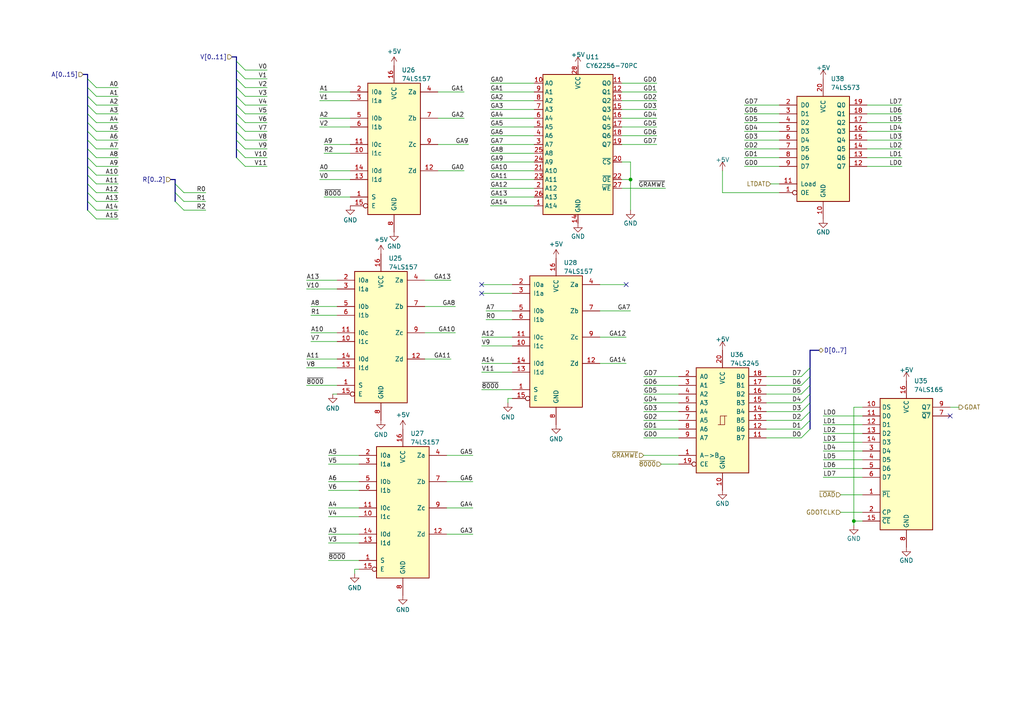
<source format=kicad_sch>
(kicad_sch (version 20231120) (generator "eeschema") (generator_version "8.0")
  (paper "A4")
  (title_block (title "EVA1 (Epson Video Adapter) - Graphic RAM") (date "2025-01-09") (rev "v0.1") (company "100% Offner") (comment 1 "v0.1: Initial Release"))
  (lib_symbols
    (symbol "74xx:74LS157" (pin_names (offset 1.016))
      (property "Reference" "U" (at -7.62 19.05 0))
      (property "Value" "74LS157" (at -7.62 -21.59 0))
      (symbol "74LS157_1_0"
        (pin input line (at -12.7 -15.24 0) (length 5.08) (name "S") (number "1"))
        (pin input line (at -12.7 -2.54 0) (length 5.08) (name "I1c") (number "10"))
        (pin input line (at -12.7 0 0) (length 5.08) (name "I0c") (number "11"))
        (pin output line (at 12.7 -7.62 180) (length 5.08) (name "Zd") (number "12"))
        (pin input line (at -12.7 -10.16 0) (length 5.08) (name "I1d") (number "13"))
        (pin input line (at -12.7 -7.62 0) (length 5.08) (name "I0d") (number "14"))
        (pin input inverted (at -12.7 -17.78 0) (length 5.08) (name "E") (number "15"))
        (pin power_in line (at 0 22.86 270) (length 5.08) (name "VCC") (number "16"))
        (pin input line (at -12.7 15.24 0) (length 5.08) (name "I0a") (number "2"))
        (pin input line (at -12.7 12.7 0) (length 5.08) (name "I1a") (number "3"))
        (pin output line (at 12.7 15.24 180) (length 5.08) (name "Za") (number "4"))
        (pin input line (at -12.7 7.62 0) (length 5.08) (name "I0b") (number "5"))
        (pin input line (at -12.7 5.08 0) (length 5.08) (name "I1b") (number "6"))
        (pin output line (at 12.7 7.62 180) (length 5.08) (name "Zb") (number "7"))
        (pin power_in line (at 0 -25.4 90) (length 5.08) (name "GND") (number "8"))
        (pin output line (at 12.7 0 180) (length 5.08) (name "Zc") (number "9"))
      )
      (symbol "74LS157_1_1"
        (rectangle (start -7.62 17.78) (end 7.62 -20.32) (stroke (width 0.254)) (fill (type background)))
      )
    )
    (symbol "74xx:74LS165"
      (property "Reference" "U" (at -7.62 19.05 0))
      (property "Value" "74LS165" (at -7.62 -21.59 0))
      (symbol "74LS165_1_0"
        (pin input line (at -12.7 -10.16 0) (length 5.08) (name "~{PL}") (number "1"))
        (pin input line (at -12.7 15.24 0) (length 5.08) (name "DS") (number "10"))
        (pin input line (at -12.7 12.7 0) (length 5.08) (name "D0") (number "11"))
        (pin input line (at -12.7 10.16 0) (length 5.08) (name "D1") (number "12"))
        (pin input line (at -12.7 7.62 0) (length 5.08) (name "D2") (number "13"))
        (pin input line (at -12.7 5.08 0) (length 5.08) (name "D3") (number "14"))
        (pin input line (at -12.7 -17.78 0) (length 5.08) (name "~{CE}") (number "15"))
        (pin power_in line (at 0 22.86 270) (length 5.08) (name "VCC") (number "16"))
        (pin input line (at -12.7 -15.24 0) (length 5.08) (name "CP") (number "2"))
        (pin input line (at -12.7 2.54 0) (length 5.08) (name "D4") (number "3"))
        (pin input line (at -12.7 0 0) (length 5.08) (name "D5") (number "4"))
        (pin input line (at -12.7 -2.54 0) (length 5.08) (name "D6") (number "5"))
        (pin input line (at -12.7 -5.08 0) (length 5.08) (name "D7") (number "6"))
        (pin output line (at 12.7 12.7 180) (length 5.08) (name "~{Q7}") (number "7"))
        (pin power_in line (at 0 -25.4 90) (length 5.08) (name "GND") (number "8"))
        (pin output line (at 12.7 15.24 180) (length 5.08) (name "Q7") (number "9"))
      )
      (symbol "74LS165_1_1"
        (rectangle (start -7.62 17.78) (end 7.62 -20.32) (stroke (width 0.254)) (fill (type background)))
      )
    )
    (symbol "74xx:74LS245" (pin_names (offset 1.016))
      (property "Reference" "U" (at -7.62 16.51 0))
      (property "Value" "74LS245" (at -7.62 -16.51 0))
      (symbol "74LS245_1_0"
        (polyline (pts (xy -0.635 -1.27) (xy -0.635 1.27) (xy 0.635 1.27)))
        (polyline (pts (xy -1.27 -1.27) (xy 0.635 -1.27) (xy 0.635 1.27) (xy 1.27 1.27)))
        (pin input line (at -12.7 -10.16 0) (length 5.08) (name "A->B") (number "1"))
        (pin power_in line (at 0 -20.32 90) (length 5.08) (name "GND") (number "10"))
        (pin tri_state line (at 12.7 -5.08 180) (length 5.08) (name "B7") (number "11"))
        (pin tri_state line (at 12.7 -2.54 180) (length 5.08) (name "B6") (number "12"))
        (pin tri_state line (at 12.7 0 180) (length 5.08) (name "B5") (number "13"))
        (pin tri_state line (at 12.7 2.54 180) (length 5.08) (name "B4") (number "14"))
        (pin tri_state line (at 12.7 5.08 180) (length 5.08) (name "B3") (number "15"))
        (pin tri_state line (at 12.7 7.62 180) (length 5.08) (name "B2") (number "16"))
        (pin tri_state line (at 12.7 10.16 180) (length 5.08) (name "B1") (number "17"))
        (pin tri_state line (at 12.7 12.7 180) (length 5.08) (name "B0") (number "18"))
        (pin input inverted (at -12.7 -12.7 0) (length 5.08) (name "CE") (number "19"))
        (pin tri_state line (at -12.7 12.7 0) (length 5.08) (name "A0") (number "2"))
        (pin power_in line (at 0 20.32 270) (length 5.08) (name "VCC") (number "20"))
        (pin tri_state line (at -12.7 10.16 0) (length 5.08) (name "A1") (number "3"))
        (pin tri_state line (at -12.7 7.62 0) (length 5.08) (name "A2") (number "4"))
        (pin tri_state line (at -12.7 5.08 0) (length 5.08) (name "A3") (number "5"))
        (pin tri_state line (at -12.7 2.54 0) (length 5.08) (name "A4") (number "6"))
        (pin tri_state line (at -12.7 0 0) (length 5.08) (name "A5") (number "7"))
        (pin tri_state line (at -12.7 -2.54 0) (length 5.08) (name "A6") (number "8"))
        (pin tri_state line (at -12.7 -5.08 0) (length 5.08) (name "A7") (number "9"))
      )
      (symbol "74LS245_1_1"
        (rectangle (start -7.62 15.24) (end 7.62 -15.24) (stroke (width 0.254)) (fill (type background)))
      )
    )
    (symbol "74xx:74LS573" (pin_names (offset 1.016))
      (property "Reference" "U" (at -7.62 16.51 0))
      (property "Value" "74LS573" (at -7.62 -16.51 0))
      (symbol "74LS573_1_0"
        (pin input inverted (at -12.7 -12.7 0) (length 5.08) (name "OE") (number "1"))
        (pin power_in line (at 0 -20.32 90) (length 5.08) (name "GND") (number "10"))
        (pin input line (at -12.7 -10.16 0) (length 5.08) (name "Load") (number "11"))
        (pin tri_state line (at 12.7 -5.08 180) (length 5.08) (name "Q7") (number "12"))
        (pin tri_state line (at 12.7 -2.54 180) (length 5.08) (name "Q6") (number "13"))
        (pin tri_state line (at 12.7 0 180) (length 5.08) (name "Q5") (number "14"))
        (pin tri_state line (at 12.7 2.54 180) (length 5.08) (name "Q4") (number "15"))
        (pin tri_state line (at 12.7 5.08 180) (length 5.08) (name "Q3") (number "16"))
        (pin tri_state line (at 12.7 7.62 180) (length 5.08) (name "Q2") (number "17"))
        (pin tri_state line (at 12.7 10.16 180) (length 5.08) (name "Q1") (number "18"))
        (pin tri_state line (at 12.7 12.7 180) (length 5.08) (name "Q0") (number "19"))
        (pin input line (at -12.7 12.7 0) (length 5.08) (name "D0") (number "2"))
        (pin power_in line (at 0 20.32 270) (length 5.08) (name "VCC") (number "20"))
        (pin input line (at -12.7 10.16 0) (length 5.08) (name "D1") (number "3"))
        (pin input line (at -12.7 7.62 0) (length 5.08) (name "D2") (number "4"))
        (pin input line (at -12.7 5.08 0) (length 5.08) (name "D3") (number "5"))
        (pin input line (at -12.7 2.54 0) (length 5.08) (name "D4") (number "6"))
        (pin input line (at -12.7 0 0) (length 5.08) (name "D5") (number "7"))
        (pin input line (at -12.7 -2.54 0) (length 5.08) (name "D6") (number "8"))
        (pin input line (at -12.7 -5.08 0) (length 5.08) (name "D7") (number "9"))
      )
      (symbol "74LS573_1_1"
        (rectangle (start -7.62 15.24) (end 7.62 -15.24) (stroke (width 0.254)) (fill (type background)))
      )
    )
    (symbol "Memory_RAM:CY62256-70PC"
      (property "Reference" "U" (at -10.16 20.955 0))
      (property "Value" "CY62256-70PC" (at 2.54 20.955 0))
      (symbol "CY62256-70PC_0_0"
        (pin power_in line (at 0 -22.86 90) (length 2.54) (name "GND") (number "14"))
        (pin power_in line (at 0 22.86 270) (length 2.54) (name "VCC") (number "28"))
      )
      (symbol "CY62256-70PC_0_1"
        (rectangle (start -10.16 20.32) (end 10.16 -20.32) (stroke (width 0.254)) (fill (type background)))
      )
      (symbol "CY62256-70PC_1_1"
        (pin input line (at -12.7 -17.78 0) (length 2.54) (name "A14") (number "1"))
        (pin input line (at -12.7 17.78 0) (length 2.54) (name "A0") (number "10"))
        (pin tri_state line (at 12.7 17.78 180) (length 2.54) (name "Q0") (number "11"))
        (pin tri_state line (at 12.7 15.24 180) (length 2.54) (name "Q1") (number "12"))
        (pin tri_state line (at 12.7 12.7 180) (length 2.54) (name "Q2") (number "13"))
        (pin tri_state line (at 12.7 10.16 180) (length 2.54) (name "Q3") (number "15"))
        (pin tri_state line (at 12.7 7.62 180) (length 2.54) (name "Q4") (number "16"))
        (pin tri_state line (at 12.7 5.08 180) (length 2.54) (name "Q5") (number "17"))
        (pin tri_state line (at 12.7 2.54 180) (length 2.54) (name "Q6") (number "18"))
        (pin tri_state line (at 12.7 0 180) (length 2.54) (name "Q7") (number "19"))
        (pin input line (at -12.7 -12.7 0) (length 2.54) (name "A12") (number "2"))
        (pin input line (at 12.7 -5.08 180) (length 2.54) (name "~{CS}") (number "20"))
        (pin input line (at -12.7 -7.62 0) (length 2.54) (name "A10") (number "21"))
        (pin input line (at 12.7 -10.16 180) (length 2.54) (name "~{OE}") (number "22"))
        (pin input line (at -12.7 -10.16 0) (length 2.54) (name "A11") (number "23"))
        (pin input line (at -12.7 -5.08 0) (length 2.54) (name "A9") (number "24"))
        (pin input line (at -12.7 -2.54 0) (length 2.54) (name "A8") (number "25"))
        (pin input line (at -12.7 -15.24 0) (length 2.54) (name "A13") (number "26"))
        (pin input line (at 12.7 -12.7 180) (length 2.54) (name "~{WE}") (number "27"))
        (pin input line (at -12.7 0 0) (length 2.54) (name "A7") (number "3"))
        (pin input line (at -12.7 2.54 0) (length 2.54) (name "A6") (number "4"))
        (pin input line (at -12.7 5.08 0) (length 2.54) (name "A5") (number "5"))
        (pin input line (at -12.7 7.62 0) (length 2.54) (name "A4") (number "6"))
        (pin input line (at -12.7 10.16 0) (length 2.54) (name "A3") (number "7"))
        (pin input line (at -12.7 12.7 0) (length 2.54) (name "A2") (number "8"))
        (pin input line (at -12.7 15.24 0) (length 2.54) (name "A1") (number "9"))
      )
    )
    (symbol "power:+5V" (power) (pin_names (offset 0))
      (property "Value" "+5V" (at 0 3.556 0))
      (symbol "+5V_0_1"
        (polyline (pts (xy -0.762 1.27) (xy 0 2.54)))
        (polyline (pts (xy 0 0) (xy 0 2.54)))
        (polyline (pts (xy 0 2.54) (xy 0.762 1.27)))
      )
      (symbol "+5V_1_1"
        (pin power_in line (at 0 0 90) (length 0) hide (name "+5V") (number "1"))
      )
    )
    (symbol "power:GND" (power) (pin_names (offset 0))
      (property "Value" "GND" (at 0 -3.81 0))
      (symbol "GND_0_1"
        (polyline (pts (xy 0 0) (xy 0 -1.27) (xy 1.27 -1.27) (xy 0 -2.54) (xy -1.27 -1.27) (xy 0 -1.27)))
      )
      (symbol "GND_1_1"
        (pin power_in line (at 0 0 270) (length 0) hide (name "GND") (number "1"))
      )
    )
  )
  (junction (at 247.65 151.13))
  (junction (at 182.88 52.07))
  (no_connect (at 139.7 85.09))
  (no_connect (at 275.59 120.65))
  (no_connect (at 181.61 82.55))
  (no_connect (at 139.7 82.55))
  (bus_entry (at 68.58 45.72) (size 2.54 2.54))
  (bus_entry (at 234.95 124.46) (size -2.54 2.54))
  (bus_entry (at 25.4 25.4) (size 2.54 2.54))
  (bus_entry (at 25.4 27.94) (size 2.54 2.54))
  (bus_entry (at 25.4 40.64) (size 2.54 2.54))
  (bus_entry (at 68.58 33.02) (size 2.54 2.54))
  (bus_entry (at 234.95 121.92) (size -2.54 2.54))
  (bus_entry (at 25.4 58.42) (size 2.54 2.54))
  (bus_entry (at 25.4 38.1) (size 2.54 2.54))
  (bus_entry (at 68.58 22.86) (size 2.54 2.54))
  (bus_entry (at 68.58 17.78) (size 2.54 2.54))
  (bus_entry (at 25.4 33.02) (size 2.54 2.54))
  (bus_entry (at 68.58 35.56) (size 2.54 2.54))
  (bus_entry (at 68.58 20.32) (size 2.54 2.54))
  (bus_entry (at 68.58 38.1) (size 2.54 2.54))
  (bus_entry (at 68.58 25.4) (size 2.54 2.54))
  (bus_entry (at 25.4 43.18) (size 2.54 2.54))
  (bus_entry (at 50.8 53.34) (size 2.54 2.54))
  (bus_entry (at 25.4 35.56) (size 2.54 2.54))
  (bus_entry (at 50.8 55.88) (size 2.54 2.54))
  (bus_entry (at 25.4 55.88) (size 2.54 2.54))
  (bus_entry (at 234.95 119.38) (size -2.54 2.54))
  (bus_entry (at 68.58 30.48) (size 2.54 2.54))
  (bus_entry (at 25.4 60.96) (size 2.54 2.54))
  (bus_entry (at 50.8 58.42) (size 2.54 2.54))
  (bus_entry (at 68.58 27.94) (size 2.54 2.54))
  (bus_entry (at 234.95 111.76) (size -2.54 2.54))
  (bus_entry (at 68.58 40.64) (size 2.54 2.54))
  (bus_entry (at 25.4 48.26) (size 2.54 2.54))
  (bus_entry (at 25.4 50.8) (size 2.54 2.54))
  (bus_entry (at 68.58 43.18) (size 2.54 2.54))
  (bus_entry (at 234.95 109.22) (size -2.54 2.54))
  (bus_entry (at 25.4 22.86) (size 2.54 2.54))
  (bus_entry (at 234.95 106.68) (size -2.54 2.54))
  (bus_entry (at 234.95 114.3) (size -2.54 2.54))
  (bus_entry (at 25.4 53.34) (size 2.54 2.54))
  (bus_entry (at 25.4 30.48) (size 2.54 2.54))
  (bus_entry (at 234.95 116.84) (size -2.54 2.54))
  (bus_entry (at 25.4 45.72) (size 2.54 2.54))
  (wire (pts (xy 142.24 46.99) (xy 154.94 46.99)))
  (wire (pts (xy 186.69 109.22) (xy 196.85 109.22)))
  (bus (pts (xy 25.4 40.64) (xy 25.4 43.18)))
  (wire (pts (xy 238.76 123.19) (xy 250.19 123.19)))
  (wire (pts (xy 139.7 85.09) (xy 148.59 85.09)))
  (wire (pts (xy 173.99 90.17) (xy 182.88 90.17)))
  (wire (pts (xy 182.88 52.07) (xy 182.88 60.96)))
  (wire (pts (xy 127 49.53) (xy 134.62 49.53)))
  (wire (pts (xy 123.19 88.9) (xy 132.08 88.9)))
  (wire (pts (xy 92.71 49.53) (xy 101.6 49.53)))
  (wire (pts (xy 27.94 50.8) (xy 34.29 50.8)))
  (bus (pts (xy 68.58 27.94) (xy 68.58 30.48)))
  (wire (pts (xy 215.9 40.64) (xy 226.06 40.64)))
  (wire (pts (xy 186.69 127) (xy 196.85 127)))
  (wire (pts (xy 261.62 35.56) (xy 251.46 35.56)))
  (wire (pts (xy 92.71 34.29) (xy 101.6 34.29)))
  (wire (pts (xy 88.9 83.82) (xy 97.79 83.82)))
  (wire (pts (xy 186.69 111.76) (xy 196.85 111.76)))
  (wire (pts (xy 142.24 41.91) (xy 154.94 41.91)))
  (wire (pts (xy 243.84 143.51) (xy 250.19 143.51)))
  (wire (pts (xy 142.24 34.29) (xy 154.94 34.29)))
  (wire (pts (xy 71.12 22.86) (xy 77.47 22.86)))
  (wire (pts (xy 88.9 111.76) (xy 97.79 111.76)))
  (wire (pts (xy 95.25 142.24) (xy 104.14 142.24)))
  (wire (pts (xy 238.76 138.43) (xy 250.19 138.43)))
  (wire (pts (xy 222.25 127) (xy 232.41 127)))
  (wire (pts (xy 182.88 46.99) (xy 182.88 52.07)))
  (bus (pts (xy 68.58 30.48) (xy 68.58 33.02)))
  (wire (pts (xy 142.24 36.83) (xy 154.94 36.83)))
  (wire (pts (xy 222.25 111.76) (xy 232.41 111.76)))
  (wire (pts (xy 139.7 113.03) (xy 148.59 113.03)))
  (wire (pts (xy 53.34 55.88) (xy 59.69 55.88)))
  (wire (pts (xy 92.71 29.21) (xy 101.6 29.21)))
  (wire (pts (xy 250.19 151.13) (xy 247.65 151.13)))
  (wire (pts (xy 142.24 31.75) (xy 154.94 31.75)))
  (bus (pts (xy 68.58 22.86) (xy 68.58 25.4)))
  (wire (pts (xy 180.34 46.99) (xy 182.88 46.99)))
  (bus (pts (xy 25.4 33.02) (xy 25.4 35.56)))
  (wire (pts (xy 226.06 55.88) (xy 209.55 55.88)))
  (wire (pts (xy 129.54 147.32) (xy 137.16 147.32)))
  (wire (pts (xy 92.71 52.07) (xy 101.6 52.07)))
  (wire (pts (xy 261.62 30.48) (xy 251.46 30.48)))
  (wire (pts (xy 129.54 139.7) (xy 137.16 139.7)))
  (wire (pts (xy 186.69 121.92) (xy 196.85 121.92)))
  (wire (pts (xy 238.76 128.27) (xy 250.19 128.27)))
  (wire (pts (xy 123.19 104.14) (xy 130.81 104.14)))
  (bus (pts (xy 25.4 58.42) (xy 25.4 60.96)))
  (wire (pts (xy 95.25 134.62) (xy 104.14 134.62)))
  (bus (pts (xy 25.4 25.4) (xy 25.4 27.94)))
  (wire (pts (xy 215.9 45.72) (xy 226.06 45.72)))
  (wire (pts (xy 247.65 118.11) (xy 247.65 151.13)))
  (wire (pts (xy 142.24 54.61) (xy 154.94 54.61)))
  (wire (pts (xy 243.84 148.59) (xy 250.19 148.59)))
  (bus (pts (xy 49.53 52.07) (xy 50.8 52.07)))
  (wire (pts (xy 173.99 82.55) (xy 181.61 82.55)))
  (wire (pts (xy 139.7 105.41) (xy 148.59 105.41)))
  (wire (pts (xy 27.94 60.96) (xy 34.29 60.96)))
  (wire (pts (xy 129.54 132.08) (xy 137.16 132.08)))
  (wire (pts (xy 180.34 31.75) (xy 190.5 31.75)))
  (wire (pts (xy 93.98 41.91) (xy 101.6 41.91)))
  (wire (pts (xy 142.24 24.13) (xy 154.94 24.13)))
  (bus (pts (xy 237.49 101.6) (xy 234.95 101.6)))
  (wire (pts (xy 142.24 39.37) (xy 154.94 39.37)))
  (wire (pts (xy 222.25 116.84) (xy 232.41 116.84)))
  (wire (pts (xy 238.76 130.81) (xy 250.19 130.81)))
  (wire (pts (xy 95.25 139.7) (xy 104.14 139.7)))
  (wire (pts (xy 142.24 44.45) (xy 154.94 44.45)))
  (wire (pts (xy 95.25 157.48) (xy 104.14 157.48)))
  (bus (pts (xy 25.4 27.94) (xy 25.4 30.48)))
  (wire (pts (xy 275.59 118.11) (xy 278.13 118.11)))
  (bus (pts (xy 234.95 106.68) (xy 234.95 109.22)))
  (wire (pts (xy 142.24 49.53) (xy 154.94 49.53)))
  (wire (pts (xy 88.9 104.14) (xy 97.79 104.14)))
  (wire (pts (xy 215.9 33.02) (xy 226.06 33.02)))
  (wire (pts (xy 71.12 35.56) (xy 77.47 35.56)))
  (bus (pts (xy 68.58 33.02) (xy 68.58 35.56)))
  (wire (pts (xy 215.9 38.1) (xy 226.06 38.1)))
  (wire (pts (xy 261.62 38.1) (xy 251.46 38.1)))
  (wire (pts (xy 71.12 20.32) (xy 77.47 20.32)))
  (wire (pts (xy 71.12 45.72) (xy 77.47 45.72)))
  (wire (pts (xy 53.34 60.96) (xy 59.69 60.96)))
  (wire (pts (xy 261.62 40.64) (xy 251.46 40.64)))
  (bus (pts (xy 234.95 111.76) (xy 234.95 114.3)))
  (wire (pts (xy 71.12 27.94) (xy 77.47 27.94)))
  (bus (pts (xy 50.8 52.07) (xy 50.8 53.34)))
  (wire (pts (xy 186.69 114.3) (xy 196.85 114.3)))
  (wire (pts (xy 71.12 25.4) (xy 77.47 25.4)))
  (wire (pts (xy 139.7 107.95) (xy 148.59 107.95)))
  (wire (pts (xy 96.52 114.3) (xy 97.79 114.3)))
  (wire (pts (xy 261.62 33.02) (xy 251.46 33.02)))
  (wire (pts (xy 95.25 154.94) (xy 104.14 154.94)))
  (wire (pts (xy 142.24 57.15) (xy 154.94 57.15)))
  (wire (pts (xy 90.17 96.52) (xy 97.79 96.52)))
  (bus (pts (xy 25.4 53.34) (xy 25.4 55.88)))
  (bus (pts (xy 234.95 119.38) (xy 234.95 121.92)))
  (bus (pts (xy 68.58 35.56) (xy 68.58 38.1)))
  (wire (pts (xy 27.94 55.88) (xy 34.29 55.88)))
  (wire (pts (xy 142.24 29.21) (xy 154.94 29.21)))
  (wire (pts (xy 238.76 125.73) (xy 250.19 125.73)))
  (wire (pts (xy 27.94 38.1) (xy 34.29 38.1)))
  (wire (pts (xy 27.94 63.5) (xy 34.29 63.5)))
  (bus (pts (xy 68.58 20.32) (xy 68.58 22.86)))
  (wire (pts (xy 90.17 88.9) (xy 97.79 88.9)))
  (bus (pts (xy 234.95 114.3) (xy 234.95 116.84)))
  (wire (pts (xy 102.87 165.1) (xy 104.14 165.1)))
  (bus (pts (xy 68.58 38.1) (xy 68.58 40.64)))
  (bus (pts (xy 25.4 45.72) (xy 25.4 48.26)))
  (bus (pts (xy 25.4 50.8) (xy 25.4 53.34)))
  (wire (pts (xy 222.25 124.46) (xy 232.41 124.46)))
  (bus (pts (xy 68.58 16.51) (xy 68.58 17.78)))
  (wire (pts (xy 88.9 106.68) (xy 97.79 106.68)))
  (bus (pts (xy 68.58 43.18) (xy 68.58 45.72)))
  (wire (pts (xy 92.71 26.67) (xy 101.6 26.67)))
  (wire (pts (xy 71.12 33.02) (xy 77.47 33.02)))
  (wire (pts (xy 238.76 135.89) (xy 250.19 135.89)))
  (wire (pts (xy 180.34 36.83) (xy 190.5 36.83)))
  (wire (pts (xy 71.12 40.64) (xy 77.47 40.64)))
  (wire (pts (xy 27.94 35.56) (xy 34.29 35.56)))
  (wire (pts (xy 88.9 81.28) (xy 97.79 81.28)))
  (wire (pts (xy 247.65 151.13) (xy 247.65 152.4)))
  (wire (pts (xy 180.34 41.91) (xy 190.5 41.91)))
  (wire (pts (xy 71.12 43.18) (xy 77.47 43.18)))
  (bus (pts (xy 68.58 40.64) (xy 68.58 43.18)))
  (wire (pts (xy 222.25 114.3) (xy 232.41 114.3)))
  (wire (pts (xy 209.55 49.53) (xy 209.55 55.88)))
  (wire (pts (xy 180.34 24.13) (xy 190.5 24.13)))
  (wire (pts (xy 92.71 36.83) (xy 101.6 36.83)))
  (wire (pts (xy 215.9 35.56) (xy 226.06 35.56)))
  (bus (pts (xy 25.4 43.18) (xy 25.4 45.72)))
  (wire (pts (xy 186.69 132.08) (xy 196.85 132.08)))
  (wire (pts (xy 142.24 26.67) (xy 154.94 26.67)))
  (wire (pts (xy 27.94 48.26) (xy 34.29 48.26)))
  (wire (pts (xy 238.76 133.35) (xy 250.19 133.35)))
  (wire (pts (xy 261.62 43.18) (xy 251.46 43.18)))
  (wire (pts (xy 127 26.67) (xy 134.62 26.67)))
  (wire (pts (xy 27.94 58.42) (xy 34.29 58.42)))
  (bus (pts (xy 67.31 16.51) (xy 68.58 16.51)))
  (wire (pts (xy 180.34 34.29) (xy 190.5 34.29)))
  (bus (pts (xy 25.4 22.86) (xy 25.4 25.4)))
  (wire (pts (xy 95.25 147.32) (xy 104.14 147.32)))
  (wire (pts (xy 27.94 45.72) (xy 34.29 45.72)))
  (wire (pts (xy 27.94 43.18) (xy 34.29 43.18)))
  (wire (pts (xy 250.19 118.11) (xy 247.65 118.11)))
  (wire (pts (xy 222.25 109.22) (xy 232.41 109.22)))
  (wire (pts (xy 215.9 43.18) (xy 226.06 43.18)))
  (wire (pts (xy 95.25 132.08) (xy 104.14 132.08)))
  (wire (pts (xy 173.99 105.41) (xy 181.61 105.41)))
  (bus (pts (xy 234.95 109.22) (xy 234.95 111.76)))
  (bus (pts (xy 25.4 30.48) (xy 25.4 33.02)))
  (wire (pts (xy 222.25 121.92) (xy 232.41 121.92)))
  (wire (pts (xy 53.34 58.42) (xy 59.69 58.42)))
  (wire (pts (xy 180.34 52.07) (xy 182.88 52.07)))
  (wire (pts (xy 180.34 39.37) (xy 190.5 39.37)))
  (bus (pts (xy 25.4 38.1) (xy 25.4 40.64)))
  (wire (pts (xy 95.25 162.56) (xy 104.14 162.56)))
  (wire (pts (xy 27.94 30.48) (xy 34.29 30.48)))
  (bus (pts (xy 234.95 101.6) (xy 234.95 106.68)))
  (wire (pts (xy 93.98 57.15) (xy 101.6 57.15)))
  (wire (pts (xy 139.7 97.79) (xy 148.59 97.79)))
  (wire (pts (xy 186.69 124.46) (xy 196.85 124.46)))
  (wire (pts (xy 140.97 92.71) (xy 148.59 92.71)))
  (wire (pts (xy 215.9 48.26) (xy 226.06 48.26)))
  (wire (pts (xy 27.94 25.4) (xy 34.29 25.4)))
  (wire (pts (xy 90.17 91.44) (xy 97.79 91.44)))
  (bus (pts (xy 68.58 17.78) (xy 68.58 20.32)))
  (bus (pts (xy 25.4 55.88) (xy 25.4 58.42)))
  (wire (pts (xy 186.69 116.84) (xy 196.85 116.84)))
  (wire (pts (xy 27.94 40.64) (xy 34.29 40.64)))
  (wire (pts (xy 147.32 115.57) (xy 147.32 116.84)))
  (wire (pts (xy 180.34 29.21) (xy 190.5 29.21)))
  (wire (pts (xy 173.99 97.79) (xy 181.61 97.79)))
  (wire (pts (xy 147.32 115.57) (xy 148.59 115.57)))
  (wire (pts (xy 27.94 27.94) (xy 34.29 27.94)))
  (wire (pts (xy 261.62 45.72) (xy 251.46 45.72)))
  (wire (pts (xy 27.94 53.34) (xy 34.29 53.34)))
  (wire (pts (xy 139.7 100.33) (xy 148.59 100.33)))
  (wire (pts (xy 102.87 165.1) (xy 102.87 166.37)))
  (wire (pts (xy 71.12 30.48) (xy 77.47 30.48)))
  (wire (pts (xy 222.25 119.38) (xy 232.41 119.38)))
  (wire (pts (xy 27.94 33.02) (xy 34.29 33.02)))
  (wire (pts (xy 215.9 30.48) (xy 226.06 30.48)))
  (bus (pts (xy 50.8 53.34) (xy 50.8 55.88)))
  (wire (pts (xy 223.52 53.34) (xy 226.06 53.34)))
  (wire (pts (xy 93.98 44.45) (xy 101.6 44.45)))
  (bus (pts (xy 25.4 21.59) (xy 25.4 22.86)))
  (wire (pts (xy 180.34 26.67) (xy 190.5 26.67)))
  (wire (pts (xy 90.17 99.06) (xy 97.79 99.06)))
  (wire (pts (xy 238.76 120.65) (xy 250.19 120.65)))
  (wire (pts (xy 186.69 119.38) (xy 196.85 119.38)))
  (wire (pts (xy 71.12 48.26) (xy 77.47 48.26)))
  (wire (pts (xy 139.7 82.55) (xy 148.59 82.55)))
  (bus (pts (xy 24.13 21.59) (xy 25.4 21.59)))
  (bus (pts (xy 50.8 55.88) (xy 50.8 58.42)))
  (wire (pts (xy 123.19 96.52) (xy 132.08 96.52)))
  (bus (pts (xy 25.4 48.26) (xy 25.4 50.8)))
  (wire (pts (xy 191.77 134.62) (xy 196.85 134.62)))
  (bus (pts (xy 234.95 121.92) (xy 234.95 124.46)))
  (wire (pts (xy 127 41.91) (xy 135.89 41.91)))
  (wire (pts (xy 129.54 154.94) (xy 137.16 154.94)))
  (bus (pts (xy 234.95 116.84) (xy 234.95 119.38)))
  (wire (pts (xy 123.19 81.28) (xy 130.81 81.28)))
  (bus (pts (xy 68.58 25.4) (xy 68.58 27.94)))
  (wire (pts (xy 142.24 52.07) (xy 154.94 52.07)))
  (wire (pts (xy 71.12 38.1) (xy 77.47 38.1)))
  (wire (pts (xy 261.62 48.26) (xy 251.46 48.26)))
  (wire (pts (xy 140.97 90.17) (xy 148.59 90.17)))
  (wire (pts (xy 180.34 54.61) (xy 193.04 54.61)))
  (wire (pts (xy 142.24 59.69) (xy 154.94 59.69)))
  (wire (pts (xy 95.25 149.86) (xy 104.14 149.86)))
  (bus (pts (xy 25.4 35.56) (xy 25.4 38.1)))
  (wire (pts (xy 127 34.29) (xy 134.62 34.29)))
  (label "GA8" (at 142.24 44.45 0))
  (label "V4" (at 95.25 149.86 0))
  (label "A8" (at 34.29 45.72 180))
  (label "GA3" (at 137.16 154.94 180))
  (label "A10" (at 34.29 50.8 180))
  (label "GA4" (at 142.24 34.29 0))
  (label "GA6" (at 137.16 139.7 180))
  (label "LD7" (at 238.76 138.43 0))
  (label "A13" (at 88.9 81.28 0))
  (label "LD1" (at 261.62 45.72 180))
  (label "V2" (at 77.47 25.4 180))
  (label "GA1" (at 134.62 26.67 180))
  (label "GA9" (at 142.24 46.99 0))
  (label "R2" (at 93.98 44.45 0))
  (label "~{8000}" (at 93.98 57.15 0))
  (label "A6" (at 95.25 139.7 0))
  (label "GA14" (at 181.61 105.41 180))
  (label "LD3" (at 238.76 128.27 0))
  (label "D5" (at 232.41 114.3 180))
  (label "GD2" (at 190.5 29.21 180))
  (label "A12" (at 139.7 97.79 0))
  (label "GA1" (at 142.24 26.67 0))
  (label "V9" (at 77.47 43.18 180))
  (label "GD6" (at 186.69 111.76 0))
  (label "~{GRAMWE}" (at 193.04 54.61 180))
  (label "A11" (at 34.29 53.34 180))
  (label "A8" (at 90.17 88.9 0))
  (label "GD2" (at 215.9 43.18 0))
  (label "GA9" (at 135.89 41.91 180))
  (label "V3" (at 95.25 157.48 0))
  (label "V6" (at 77.47 35.56 180))
  (label "GD1" (at 190.5 26.67 180))
  (label "LD1" (at 238.76 123.19 0))
  (label "D7" (at 232.41 109.22 180))
  (label "GD3" (at 215.9 40.64 0))
  (label "A12" (at 34.29 55.88 180))
  (label "~{8000}" (at 88.9 111.76 0))
  (label "GD3" (at 186.69 119.38 0))
  (label "GA5" (at 142.24 36.83 0))
  (label "V2" (at 92.71 36.83 0))
  (label "R0" (at 59.69 55.88 180))
  (label "V5" (at 77.47 33.02 180))
  (label "V5" (at 95.25 134.62 0))
  (label "GA8" (at 132.08 88.9 180))
  (label "GD5" (at 215.9 35.56 0))
  (label "GA2" (at 142.24 29.21 0))
  (label "LD4" (at 238.76 130.81 0))
  (label "V8" (at 77.47 40.64 180))
  (label "A5" (at 34.29 38.1 180))
  (label "LD7" (at 261.62 30.48 180))
  (label "V3" (at 77.47 27.94 180))
  (label "GD3" (at 190.5 31.75 180))
  (label "GD7" (at 215.9 30.48 0))
  (label "A3" (at 95.25 154.94 0))
  (label "GD5" (at 186.69 114.3 0))
  (label "D2" (at 232.41 121.92 180))
  (label "GA3" (at 142.24 31.75 0))
  (label "GD1" (at 186.69 124.46 0))
  (label "GD2" (at 186.69 121.92 0))
  (label "A1" (at 92.71 26.67 0))
  (label "GD0" (at 215.9 48.26 0))
  (label "D1" (at 232.41 124.46 180))
  (label "A4" (at 34.29 35.56 180))
  (label "A9" (at 34.29 48.26 180))
  (label "V11" (at 77.47 48.26 180))
  (label "R1" (at 59.69 58.42 180))
  (label "GD4" (at 190.5 34.29 180))
  (label "GD6" (at 215.9 33.02 0))
  (label "LD6" (at 238.76 135.89 0))
  (label "A10" (at 90.17 96.52 0))
  (label "V4" (at 77.47 30.48 180))
  (label "A3" (at 34.29 33.02 180))
  (label "GA7" (at 142.24 41.91 0))
  (label "V0" (at 77.47 20.32 180))
  (label "GA2" (at 134.62 34.29 180))
  (label "A13" (at 34.29 58.42 180))
  (label "A7" (at 140.97 90.17 0))
  (label "GA11" (at 130.81 104.14 180))
  (label "A14" (at 139.7 105.41 0))
  (label "V9" (at 139.7 100.33 0))
  (label "V1" (at 92.71 29.21 0))
  (label "LD6" (at 261.62 33.02 180))
  (label "GD5" (at 190.5 36.83 180))
  (label "GA0" (at 134.62 49.53 180))
  (label "LD3" (at 261.62 40.64 180))
  (label "LD4" (at 261.62 38.1 180))
  (label "GA10" (at 142.24 49.53 0))
  (label "V6" (at 95.25 142.24 0))
  (label "V7" (at 90.17 99.06 0))
  (label "GA10" (at 132.08 96.52 180))
  (label "A5" (at 95.25 132.08 0))
  (label "~{8000}" (at 95.25 162.56 0))
  (label "A0" (at 34.29 25.4 180))
  (label "GD0" (at 190.5 24.13 180))
  (label "LD0" (at 261.62 48.26 180))
  (label "GA14" (at 142.24 59.69 0))
  (label "GA7" (at 182.88 90.17 180))
  (label "A4" (at 95.25 147.32 0))
  (label "D0" (at 232.41 127 180))
  (label "GA0" (at 142.24 24.13 0))
  (label "V1" (at 77.47 22.86 180))
  (label "LD2" (at 261.62 43.18 180))
  (label "GA12" (at 142.24 54.61 0))
  (label "GD7" (at 186.69 109.22 0))
  (label "GD0" (at 186.69 127 0))
  (label "LD5" (at 238.76 133.35 0))
  (label "A1" (at 34.29 27.94 180))
  (label "GA13" (at 142.24 57.15 0))
  (label "R0" (at 140.97 92.71 0))
  (label "D4" (at 232.41 116.84 180))
  (label "A15" (at 34.29 63.5 180))
  (label "GA13" (at 130.81 81.28 180))
  (label "GD4" (at 186.69 116.84 0))
  (label "GD4" (at 215.9 38.1 0))
  (label "GA6" (at 142.24 39.37 0))
  (label "GD7" (at 190.5 41.91 180))
  (label "A0" (at 92.71 49.53 0))
  (label "V0" (at 92.71 52.07 0))
  (label "GA11" (at 142.24 52.07 0))
  (label "V7" (at 77.47 38.1 180))
  (label "V10" (at 77.47 45.72 180))
  (label "LD0" (at 238.76 120.65 0))
  (label "A6" (at 34.29 40.64 180))
  (label "V10" (at 88.9 83.82 0))
  (label "D3" (at 232.41 119.38 180))
  (label "V8" (at 88.9 106.68 0))
  (label "~{8000}" (at 139.7 113.03 0))
  (label "GA4" (at 137.16 147.32 180))
  (label "A14" (at 34.29 60.96 180))
  (label "A11" (at 88.9 104.14 0))
  (label "V11" (at 139.7 107.95 0))
  (label "D6" (at 232.41 111.76 180))
  (label "R2" (at 59.69 60.96 180))
  (label "A2" (at 34.29 30.48 180))
  (label "R1" (at 90.17 91.44 0))
  (label "A2" (at 92.71 34.29 0))
  (label "LD5" (at 261.62 35.56 180))
  (label "LD2" (at 238.76 125.73 0))
  (label "GD6" (at 190.5 39.37 180))
  (label "A9" (at 93.98 41.91 0))
  (label "A7" (at 34.29 43.18 180))
  (label "GD1" (at 215.9 45.72 0))
  (label "GA12" (at 181.61 97.79 180))
  (label "GA5" (at 137.16 132.08 180))
  (hierarchical_label "GDAT" (shape output) (at 278.13 118.11 0))
  (hierarchical_label "~{8000}" (shape input) (at 191.77 134.62 180))
  (hierarchical_label "LTDAT" (shape input) (at 223.52 53.34 180))
  (hierarchical_label "~{GRAMWE}" (shape input) (at 186.69 132.08 180))
  (hierarchical_label "~{LOAD}" (shape input) (at 243.84 143.51 180))
  (hierarchical_label "A[0..15]" (shape input) (at 24.13 21.59 180))
  (hierarchical_label "GDOTCLK" (shape input) (at 243.84 148.59 180))
  (hierarchical_label "D[0..7]" (shape bidirectional) (at 237.49 101.6 0))
  (hierarchical_label "R[0..2]" (shape input) (at 49.53 52.07 180))
  (hierarchical_label "V[0..11]" (shape input) (at 67.31 16.51 180))
  (symbol (lib_id "power:GND") (at 102.87 166.37 0) (unit 1)
    (property "Reference" "#PWR17" (effects (hide yes)))
    (property "Value" "GND" (at 102.87 170.5031 0))
  )
  (symbol (lib_id "power:+5V") (at 238.76 22.86 0) (unit 1)
    (property "Reference" "#PWR165" (effects (hide yes)))
    (property "Value" "+5V" (at 238.76 19.685 0))
  )
  (symbol (lib_id "74xx:74LS573") (at 238.76 43.18 0) (unit 1)
    (property "Reference" "U38" (at 240.9541 22.86 0) (effects (justify left)))
    (property "Value" "74LS573" (at 240.9541 25.4 0) (effects (justify left)))
    (property "Footprint" "Package_DIP:DIP-20_W7.62mm" (effects (hide yes)))
    (property "Datasheet" "74xx/74hc573.pdf" (effects (hide yes)))
    (property "Description" "8-bit Latch 3-state outputs" (effects (hide yes)))
  )
  (symbol (lib_id "power:+5V") (at 161.29 74.93 0) (unit 1)
    (property "Reference" "#PWR51" (effects (hide yes)))
    (property "Value" "+5V" (at 161.29 70.7969 0))
  )
  (symbol (lib_id "74xx:74LS157") (at 116.84 147.32 0) (unit 1)
    (property "Reference" "U27" (at 119.0341 125.73 0) (effects (justify left)))
    (property "Value" "74LS157" (at 119.0341 128.27 0) (effects (justify left)))
    (property "Footprint" "Package_DIP:DIP-16_W7.62mm" (effects (hide yes)))
    (property "Datasheet" "http://www.ti.com/lit/gpn/sn74LS157" (effects (hide yes)))
    (property "Description" "Quad 2 to 1 line Multiplexer" (effects (hide yes)))
  )
  (symbol (lib_id "power:GND") (at 161.29 123.19 0) (unit 1)
    (property "Reference" "#PWR52" (effects (hide yes)))
    (property "Value" "GND" (at 161.29 127.3231 0))
  )
  (symbol (lib_id "power:+5V") (at 262.89 110.49 0) (unit 1)
    (property "Reference" "#PWR0113" (effects (hide yes)))
    (property "Value" "+5V" (at 262.89 107.315 0))
  )
  (symbol (lib_id "74xx:74LS245") (at 209.55 121.92 0) (unit 1)
    (property "Reference" "U36" (at 211.7441 102.87 0) (effects (justify left)))
    (property "Value" "74LS245" (at 211.7441 105.41 0) (effects (justify left)))
    (property "Footprint" "Package_DIP:DIP-20_W7.62mm" (effects (hide yes)))
    (property "Datasheet" "http://www.ti.com/lit/gpn/sn74LS245" (effects (hide yes)))
    (property "Description" "Octal BUS Transceivers, 3-State outputs" (effects (hide yes)))
  )
  (symbol (lib_id "power:GND") (at 238.76 63.5 0) (unit 1)
    (property "Reference" "#PWR166" (effects (hide yes)))
    (property "Value" "GND" (at 238.76 67.31 0))
  )
  (symbol (lib_id "power:GND") (at 114.3 67.31 0) (unit 1)
    (property "Reference" "#PWR47" (effects (hide yes)))
    (property "Value" "GND" (at 114.3 71.4431 0))
  )
  (symbol (lib_id "power:+5V") (at 114.3 19.05 0) (unit 1)
    (property "Reference" "#PWR44" (effects (hide yes)))
    (property "Value" "+5V" (at 114.3 14.9169 0))
  )
  (symbol (lib_id "74xx:74LS157") (at 161.29 97.79 0) (unit 1)
    (property "Reference" "U28" (at 163.4841 76.2 0) (effects (justify left)))
    (property "Value" "74LS157" (at 163.4841 78.74 0) (effects (justify left)))
    (property "Footprint" "Package_DIP:DIP-16_W7.62mm" (effects (hide yes)))
    (property "Datasheet" "http://www.ti.com/lit/gpn/sn74LS157" (effects (hide yes)))
    (property "Description" "Quad 2 to 1 line Multiplexer" (effects (hide yes)))
  )
  (symbol (lib_id "74xx:74LS157") (at 114.3 41.91 0) (unit 1)
    (property "Reference" "U26" (at 116.4941 20.32 0) (effects (justify left)))
    (property "Value" "74LS157" (at 116.4941 22.86 0) (effects (justify left)))
    (property "Footprint" "Package_DIP:DIP-16_W7.62mm" (effects (hide yes)))
    (property "Datasheet" "http://www.ti.com/lit/gpn/sn74LS157" (effects (hide yes)))
    (property "Description" "Quad 2 to 1 line Multiplexer" (effects (hide yes)))
  )
  (symbol (lib_id "power:GND") (at 167.64 64.77 0) (unit 1)
    (property "Reference" "#PWR99" (effects (hide yes)))
    (property "Value" "GND" (at 167.64 68.58 0))
  )
  (symbol (lib_id "power:GND") (at 262.89 158.75 0) (unit 1)
    (property "Reference" "#PWR0114" (effects (hide yes)))
    (property "Value" "GND" (at 262.89 162.56 0))
  )
  (symbol (lib_id "power:GND") (at 101.6 59.69 0) (unit 1)
    (property "Reference" "#PWR16" (effects (hide yes)))
    (property "Value" "GND" (at 101.6 63.8231 0))
  )
  (symbol (lib_id "power:+5V") (at 167.64 19.05 0) (unit 1)
    (property "Reference" "#PWR095" (effects (hide yes)))
    (property "Value" "+5V" (at 167.64 15.875 0))
  )
  (symbol (lib_id "power:+5V") (at 110.49 73.66 0) (unit 1)
    (property "Reference" "#PWR18" (effects (hide yes)))
    (property "Value" "+5V" (at 110.49 69.5269 0))
  )
  (symbol (lib_id "74xx:74LS157") (at 110.49 96.52 0) (unit 1)
    (property "Reference" "U25" (at 112.6841 74.93 0) (effects (justify left)))
    (property "Value" "74LS157" (at 112.6841 77.47 0) (effects (justify left)))
    (property "Footprint" "Package_DIP:DIP-16_W7.62mm" (effects (hide yes)))
    (property "Datasheet" "http://www.ti.com/lit/gpn/sn74LS157" (effects (hide yes)))
    (property "Description" "Quad 2 to 1 line Multiplexer" (effects (hide yes)))
  )
  (symbol (lib_id "power:GND") (at 96.52 114.3 0) (unit 1)
    (property "Reference" "#PWR15" (effects (hide yes)))
    (property "Value" "GND" (at 96.52 118.4331 0))
  )
  (symbol (lib_id "power:+5V") (at 209.55 49.53 0) (unit 1)
    (property "Reference" "#PWR162" (effects (hide yes)))
    (property "Value" "+5V" (at 209.55 46.355 0))
  )
  (symbol (lib_id "power:+5V") (at 116.84 124.46 0) (unit 1)
    (property "Reference" "#PWR48" (effects (hide yes)))
    (property "Value" "+5V" (at 116.84 120.3269 0))
  )
  (symbol (lib_id "74xx:74LS165") (at 262.89 133.35 0) (unit 1)
    (property "Reference" "U35" (at 265.0841 110.49 0) (effects (justify left)))
    (property "Value" "74LS165" (at 265.0841 113.03 0) (effects (justify left)))
    (property "Footprint" "Package_DIP:DIP-16_W7.62mm_Socket" (effects (hide yes)))
    (property "Datasheet" "https://www.ti.com/lit/ds/symlink/sn74ls165a.pdf" (effects (hide yes)))
    (property "Description" "Shift Register 8-bit, parallel load" (effects (hide yes)))
  )
  (symbol (lib_id "power:GND") (at 116.84 172.72 0) (unit 1)
    (property "Reference" "#PWR49" (effects (hide yes)))
    (property "Value" "GND" (at 116.84 176.8531 0))
  )
  (symbol (lib_id "Memory_RAM:CY62256-70PC") (at 167.64 41.91 0) (unit 1)
    (property "Reference" "U11" (at 169.8341 16.51 0) (effects (justify left)))
    (property "Value" "CY62256-70PC" (at 169.8341 19.05 0) (effects (justify left)))
    (property "Footprint" "Package_DIP:DIP-28_W15.24mm" (effects (hide yes)))
    (property "Datasheet" "https://ecee.colorado.edu/~mcclurel/Cypress_SRAM_CY62256.pdf" (effects (hide yes)))
    (property "Description" "256K (32K x 8) Static RAM, 70ns, DIP-28" (effects (hide yes)))
  )
  (symbol (lib_id "power:GND") (at 110.49 121.92 0) (unit 1)
    (property "Reference" "#PWR43" (effects (hide yes)))
    (property "Value" "GND" (at 110.49 126.0531 0))
  )
  (symbol (lib_id "power:GND") (at 209.55 142.24 0) (unit 1)
    (property "Reference" "#PWR054" (effects (hide yes)))
    (property "Value" "GND" (at 209.55 146.05 0))
  )
  (symbol (lib_id "power:GND") (at 182.88 60.96 0) (unit 1)
    (property "Reference" "#PWR100" (effects (hide yes)))
    (property "Value" "GND" (at 182.88 64.77 0))
  )
  (symbol (lib_id "power:+5V") (at 209.55 101.6 0) (unit 1)
    (property "Reference" "#PWR053" (effects (hide yes)))
    (property "Value" "+5V" (at 209.55 98.425 0))
  )
  (symbol (lib_id "power:GND") (at 147.32 116.84 0) (unit 1)
    (property "Reference" "#PWR50" (effects (hide yes)))
    (property "Value" "GND" (at 147.32 120.9731 0))
  )
  (symbol (lib_id "power:GND") (at 247.65 152.4 0) (unit 1)
    (property "Reference" "#PWR55" (effects (hide yes)))
    (property "Value" "GND" (at 247.65 156.21 0))
  )
)
</source>
